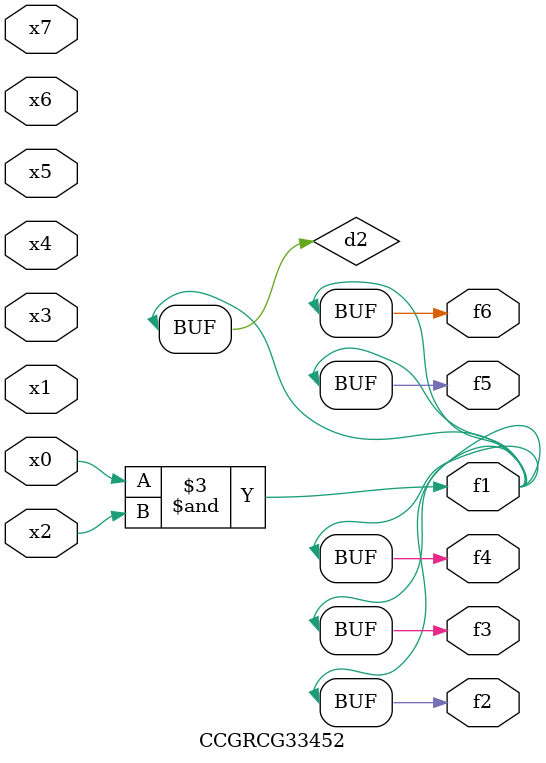
<source format=v>
module CCGRCG33452(
	input x0, x1, x2, x3, x4, x5, x6, x7,
	output f1, f2, f3, f4, f5, f6
);

	wire d1, d2;

	nor (d1, x3, x6);
	and (d2, x0, x2);
	assign f1 = d2;
	assign f2 = d2;
	assign f3 = d2;
	assign f4 = d2;
	assign f5 = d2;
	assign f6 = d2;
endmodule

</source>
